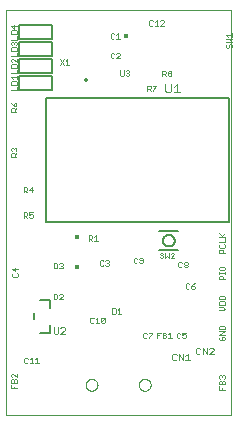
<source format=gto>
G75*
%MOIN*%
%OFA0B0*%
%FSLAX25Y25*%
%IPPOS*%
%LPD*%
%AMOC8*
5,1,8,0,0,1.08239X$1,22.5*
%
%ADD10C,0.00000*%
%ADD11C,0.00200*%
%ADD12C,0.00500*%
%ADD13C,0.00300*%
%ADD14C,0.01378*%
%ADD15R,0.01575X0.01575*%
D10*
X0037794Y0060631D02*
X0037794Y0195631D01*
X0112794Y0195631D01*
X0112794Y0060631D01*
X0037794Y0060631D01*
X0064467Y0070631D02*
X0064469Y0070719D01*
X0064475Y0070807D01*
X0064485Y0070895D01*
X0064499Y0070983D01*
X0064516Y0071069D01*
X0064538Y0071155D01*
X0064563Y0071239D01*
X0064593Y0071323D01*
X0064625Y0071405D01*
X0064662Y0071485D01*
X0064702Y0071564D01*
X0064746Y0071641D01*
X0064793Y0071716D01*
X0064843Y0071788D01*
X0064897Y0071859D01*
X0064953Y0071926D01*
X0065013Y0071992D01*
X0065075Y0072054D01*
X0065141Y0072114D01*
X0065208Y0072170D01*
X0065279Y0072224D01*
X0065351Y0072274D01*
X0065426Y0072321D01*
X0065503Y0072365D01*
X0065582Y0072405D01*
X0065662Y0072442D01*
X0065744Y0072474D01*
X0065828Y0072504D01*
X0065912Y0072529D01*
X0065998Y0072551D01*
X0066084Y0072568D01*
X0066172Y0072582D01*
X0066260Y0072592D01*
X0066348Y0072598D01*
X0066436Y0072600D01*
X0066524Y0072598D01*
X0066612Y0072592D01*
X0066700Y0072582D01*
X0066788Y0072568D01*
X0066874Y0072551D01*
X0066960Y0072529D01*
X0067044Y0072504D01*
X0067128Y0072474D01*
X0067210Y0072442D01*
X0067290Y0072405D01*
X0067369Y0072365D01*
X0067446Y0072321D01*
X0067521Y0072274D01*
X0067593Y0072224D01*
X0067664Y0072170D01*
X0067731Y0072114D01*
X0067797Y0072054D01*
X0067859Y0071992D01*
X0067919Y0071926D01*
X0067975Y0071859D01*
X0068029Y0071788D01*
X0068079Y0071716D01*
X0068126Y0071641D01*
X0068170Y0071564D01*
X0068210Y0071485D01*
X0068247Y0071405D01*
X0068279Y0071323D01*
X0068309Y0071239D01*
X0068334Y0071155D01*
X0068356Y0071069D01*
X0068373Y0070983D01*
X0068387Y0070895D01*
X0068397Y0070807D01*
X0068403Y0070719D01*
X0068405Y0070631D01*
X0068403Y0070543D01*
X0068397Y0070455D01*
X0068387Y0070367D01*
X0068373Y0070279D01*
X0068356Y0070193D01*
X0068334Y0070107D01*
X0068309Y0070023D01*
X0068279Y0069939D01*
X0068247Y0069857D01*
X0068210Y0069777D01*
X0068170Y0069698D01*
X0068126Y0069621D01*
X0068079Y0069546D01*
X0068029Y0069474D01*
X0067975Y0069403D01*
X0067919Y0069336D01*
X0067859Y0069270D01*
X0067797Y0069208D01*
X0067731Y0069148D01*
X0067664Y0069092D01*
X0067593Y0069038D01*
X0067521Y0068988D01*
X0067446Y0068941D01*
X0067369Y0068897D01*
X0067290Y0068857D01*
X0067210Y0068820D01*
X0067128Y0068788D01*
X0067044Y0068758D01*
X0066960Y0068733D01*
X0066874Y0068711D01*
X0066788Y0068694D01*
X0066700Y0068680D01*
X0066612Y0068670D01*
X0066524Y0068664D01*
X0066436Y0068662D01*
X0066348Y0068664D01*
X0066260Y0068670D01*
X0066172Y0068680D01*
X0066084Y0068694D01*
X0065998Y0068711D01*
X0065912Y0068733D01*
X0065828Y0068758D01*
X0065744Y0068788D01*
X0065662Y0068820D01*
X0065582Y0068857D01*
X0065503Y0068897D01*
X0065426Y0068941D01*
X0065351Y0068988D01*
X0065279Y0069038D01*
X0065208Y0069092D01*
X0065141Y0069148D01*
X0065075Y0069208D01*
X0065013Y0069270D01*
X0064953Y0069336D01*
X0064897Y0069403D01*
X0064843Y0069474D01*
X0064793Y0069546D01*
X0064746Y0069621D01*
X0064702Y0069698D01*
X0064662Y0069777D01*
X0064625Y0069857D01*
X0064593Y0069939D01*
X0064563Y0070023D01*
X0064538Y0070107D01*
X0064516Y0070193D01*
X0064499Y0070279D01*
X0064485Y0070367D01*
X0064475Y0070455D01*
X0064469Y0070543D01*
X0064467Y0070631D01*
X0082183Y0070631D02*
X0082185Y0070719D01*
X0082191Y0070807D01*
X0082201Y0070895D01*
X0082215Y0070983D01*
X0082232Y0071069D01*
X0082254Y0071155D01*
X0082279Y0071239D01*
X0082309Y0071323D01*
X0082341Y0071405D01*
X0082378Y0071485D01*
X0082418Y0071564D01*
X0082462Y0071641D01*
X0082509Y0071716D01*
X0082559Y0071788D01*
X0082613Y0071859D01*
X0082669Y0071926D01*
X0082729Y0071992D01*
X0082791Y0072054D01*
X0082857Y0072114D01*
X0082924Y0072170D01*
X0082995Y0072224D01*
X0083067Y0072274D01*
X0083142Y0072321D01*
X0083219Y0072365D01*
X0083298Y0072405D01*
X0083378Y0072442D01*
X0083460Y0072474D01*
X0083544Y0072504D01*
X0083628Y0072529D01*
X0083714Y0072551D01*
X0083800Y0072568D01*
X0083888Y0072582D01*
X0083976Y0072592D01*
X0084064Y0072598D01*
X0084152Y0072600D01*
X0084240Y0072598D01*
X0084328Y0072592D01*
X0084416Y0072582D01*
X0084504Y0072568D01*
X0084590Y0072551D01*
X0084676Y0072529D01*
X0084760Y0072504D01*
X0084844Y0072474D01*
X0084926Y0072442D01*
X0085006Y0072405D01*
X0085085Y0072365D01*
X0085162Y0072321D01*
X0085237Y0072274D01*
X0085309Y0072224D01*
X0085380Y0072170D01*
X0085447Y0072114D01*
X0085513Y0072054D01*
X0085575Y0071992D01*
X0085635Y0071926D01*
X0085691Y0071859D01*
X0085745Y0071788D01*
X0085795Y0071716D01*
X0085842Y0071641D01*
X0085886Y0071564D01*
X0085926Y0071485D01*
X0085963Y0071405D01*
X0085995Y0071323D01*
X0086025Y0071239D01*
X0086050Y0071155D01*
X0086072Y0071069D01*
X0086089Y0070983D01*
X0086103Y0070895D01*
X0086113Y0070807D01*
X0086119Y0070719D01*
X0086121Y0070631D01*
X0086119Y0070543D01*
X0086113Y0070455D01*
X0086103Y0070367D01*
X0086089Y0070279D01*
X0086072Y0070193D01*
X0086050Y0070107D01*
X0086025Y0070023D01*
X0085995Y0069939D01*
X0085963Y0069857D01*
X0085926Y0069777D01*
X0085886Y0069698D01*
X0085842Y0069621D01*
X0085795Y0069546D01*
X0085745Y0069474D01*
X0085691Y0069403D01*
X0085635Y0069336D01*
X0085575Y0069270D01*
X0085513Y0069208D01*
X0085447Y0069148D01*
X0085380Y0069092D01*
X0085309Y0069038D01*
X0085237Y0068988D01*
X0085162Y0068941D01*
X0085085Y0068897D01*
X0085006Y0068857D01*
X0084926Y0068820D01*
X0084844Y0068788D01*
X0084760Y0068758D01*
X0084676Y0068733D01*
X0084590Y0068711D01*
X0084504Y0068694D01*
X0084416Y0068680D01*
X0084328Y0068670D01*
X0084240Y0068664D01*
X0084152Y0068662D01*
X0084064Y0068664D01*
X0083976Y0068670D01*
X0083888Y0068680D01*
X0083800Y0068694D01*
X0083714Y0068711D01*
X0083628Y0068733D01*
X0083544Y0068758D01*
X0083460Y0068788D01*
X0083378Y0068820D01*
X0083298Y0068857D01*
X0083219Y0068897D01*
X0083142Y0068941D01*
X0083067Y0068988D01*
X0082995Y0069038D01*
X0082924Y0069092D01*
X0082857Y0069148D01*
X0082791Y0069208D01*
X0082729Y0069270D01*
X0082669Y0069336D01*
X0082613Y0069403D01*
X0082559Y0069474D01*
X0082509Y0069546D01*
X0082462Y0069621D01*
X0082418Y0069698D01*
X0082378Y0069777D01*
X0082341Y0069857D01*
X0082309Y0069939D01*
X0082279Y0070023D01*
X0082254Y0070107D01*
X0082232Y0070193D01*
X0082215Y0070279D01*
X0082201Y0070367D01*
X0082191Y0070455D01*
X0082185Y0070543D01*
X0082183Y0070631D01*
D11*
X0083886Y0086231D02*
X0084487Y0086231D01*
X0084787Y0086531D01*
X0085428Y0086531D02*
X0085428Y0086231D01*
X0085428Y0086531D02*
X0086629Y0087732D01*
X0086629Y0088032D01*
X0085428Y0088032D01*
X0084787Y0087732D02*
X0084487Y0088032D01*
X0083886Y0088032D01*
X0083586Y0087732D01*
X0083586Y0086531D01*
X0083886Y0086231D01*
X0088307Y0086231D02*
X0088307Y0088032D01*
X0089508Y0088032D01*
X0090149Y0088032D02*
X0090149Y0086231D01*
X0091049Y0086231D01*
X0091350Y0086531D01*
X0091350Y0086831D01*
X0091049Y0087132D01*
X0090149Y0087132D01*
X0091049Y0087132D02*
X0091350Y0087432D01*
X0091350Y0087732D01*
X0091049Y0088032D01*
X0090149Y0088032D01*
X0088907Y0087132D02*
X0088307Y0087132D01*
X0091990Y0087432D02*
X0092591Y0088032D01*
X0092591Y0086231D01*
X0093191Y0086231D02*
X0091990Y0086231D01*
X0094836Y0086531D02*
X0095136Y0086231D01*
X0095737Y0086231D01*
X0096037Y0086531D01*
X0096678Y0086531D02*
X0096978Y0086231D01*
X0097578Y0086231D01*
X0097879Y0086531D01*
X0097879Y0087132D01*
X0097578Y0087432D01*
X0097278Y0087432D01*
X0096678Y0087132D01*
X0096678Y0088032D01*
X0097879Y0088032D01*
X0096037Y0087732D02*
X0095737Y0088032D01*
X0095136Y0088032D01*
X0094836Y0087732D01*
X0094836Y0086531D01*
X0094404Y0080962D02*
X0093670Y0080962D01*
X0093303Y0080595D01*
X0093303Y0079127D01*
X0093670Y0078760D01*
X0094404Y0078760D01*
X0094771Y0079127D01*
X0095513Y0078760D02*
X0095513Y0080962D01*
X0096980Y0078760D01*
X0096980Y0080962D01*
X0097722Y0080228D02*
X0098456Y0080962D01*
X0098456Y0078760D01*
X0097722Y0078760D02*
X0099190Y0078760D01*
X0094771Y0080595D02*
X0094404Y0080962D01*
X0098107Y0102631D02*
X0098707Y0102631D01*
X0099008Y0102931D01*
X0099648Y0102931D02*
X0099949Y0102631D01*
X0100549Y0102631D01*
X0100849Y0102931D01*
X0100849Y0103231D01*
X0100549Y0103532D01*
X0099648Y0103532D01*
X0099648Y0102931D01*
X0099648Y0103532D02*
X0100249Y0104132D01*
X0100849Y0104432D01*
X0099008Y0104132D02*
X0098707Y0104432D01*
X0098107Y0104432D01*
X0097807Y0104132D01*
X0097807Y0102931D01*
X0098107Y0102631D01*
X0098137Y0109793D02*
X0097536Y0109793D01*
X0097236Y0110094D01*
X0097236Y0110394D01*
X0097536Y0110694D01*
X0098137Y0110694D01*
X0098437Y0110394D01*
X0098437Y0110094D01*
X0098137Y0109793D01*
X0098137Y0110694D02*
X0098437Y0110994D01*
X0098437Y0111295D01*
X0098137Y0111595D01*
X0097536Y0111595D01*
X0097236Y0111295D01*
X0097236Y0110994D01*
X0097536Y0110694D01*
X0096595Y0110094D02*
X0096295Y0109793D01*
X0095694Y0109793D01*
X0095394Y0110094D01*
X0095394Y0111295D01*
X0095694Y0111595D01*
X0096295Y0111595D01*
X0096595Y0111295D01*
X0094028Y0112918D02*
X0092827Y0112918D01*
X0094028Y0114119D01*
X0094028Y0114420D01*
X0093728Y0114720D01*
X0093128Y0114720D01*
X0092827Y0114420D01*
X0092187Y0114720D02*
X0092187Y0112918D01*
X0091586Y0113519D01*
X0090986Y0112918D01*
X0090986Y0114720D01*
X0090345Y0114420D02*
X0090045Y0114720D01*
X0089444Y0114720D01*
X0089144Y0114420D01*
X0089144Y0114119D01*
X0089444Y0113819D01*
X0090045Y0113819D01*
X0090345Y0113519D01*
X0090345Y0113219D01*
X0090045Y0112918D01*
X0089444Y0112918D01*
X0089144Y0113219D01*
X0083504Y0112732D02*
X0083203Y0113032D01*
X0082603Y0113032D01*
X0082303Y0112732D01*
X0082303Y0112432D01*
X0082603Y0112132D01*
X0083504Y0112132D01*
X0083504Y0112732D02*
X0083504Y0111531D01*
X0083203Y0111231D01*
X0082603Y0111231D01*
X0082303Y0111531D01*
X0081662Y0111531D02*
X0081362Y0111231D01*
X0080761Y0111231D01*
X0080461Y0111531D01*
X0080461Y0112732D01*
X0080761Y0113032D01*
X0081362Y0113032D01*
X0081662Y0112732D01*
X0075716Y0096157D02*
X0075716Y0094356D01*
X0076316Y0094356D02*
X0075115Y0094356D01*
X0074475Y0094656D02*
X0074475Y0095857D01*
X0074174Y0096157D01*
X0073274Y0096157D01*
X0073274Y0094356D01*
X0074174Y0094356D01*
X0074475Y0094656D01*
X0075115Y0095557D02*
X0075716Y0096157D01*
X0070816Y0092770D02*
X0070816Y0091569D01*
X0070516Y0091268D01*
X0069915Y0091268D01*
X0069615Y0091569D01*
X0070816Y0092770D01*
X0070516Y0093070D01*
X0069915Y0093070D01*
X0069615Y0092770D01*
X0069615Y0091569D01*
X0068974Y0091268D02*
X0067773Y0091268D01*
X0068374Y0091268D02*
X0068374Y0093070D01*
X0067773Y0092469D01*
X0067133Y0092770D02*
X0066832Y0093070D01*
X0066232Y0093070D01*
X0065932Y0092770D01*
X0065932Y0091569D01*
X0066232Y0091268D01*
X0066832Y0091268D01*
X0067133Y0091569D01*
X0057509Y0089441D02*
X0057143Y0089808D01*
X0056409Y0089808D01*
X0056042Y0089441D01*
X0055300Y0089808D02*
X0055300Y0087973D01*
X0054933Y0087606D01*
X0054199Y0087606D01*
X0053832Y0087973D01*
X0053832Y0089808D01*
X0056042Y0087606D02*
X0057509Y0089074D01*
X0057509Y0089441D01*
X0057509Y0087606D02*
X0056042Y0087606D01*
X0055624Y0099137D02*
X0056825Y0100338D01*
X0056825Y0100638D01*
X0056525Y0100938D01*
X0055925Y0100938D01*
X0055624Y0100638D01*
X0054984Y0100638D02*
X0054684Y0100938D01*
X0053783Y0100938D01*
X0053783Y0099137D01*
X0054684Y0099137D01*
X0054984Y0099437D01*
X0054984Y0100638D01*
X0055624Y0099137D02*
X0056825Y0099137D01*
X0056525Y0109449D02*
X0055925Y0109449D01*
X0055624Y0109750D01*
X0054984Y0109750D02*
X0054984Y0110951D01*
X0054684Y0111251D01*
X0053783Y0111251D01*
X0053783Y0109449D01*
X0054684Y0109449D01*
X0054984Y0109750D01*
X0055624Y0110951D02*
X0055925Y0111251D01*
X0056525Y0111251D01*
X0056825Y0110951D01*
X0056825Y0110650D01*
X0056525Y0110350D01*
X0056825Y0110050D01*
X0056825Y0109750D01*
X0056525Y0109449D01*
X0056525Y0110350D02*
X0056225Y0110350D01*
X0065461Y0118731D02*
X0065461Y0120532D01*
X0066362Y0120532D01*
X0066662Y0120232D01*
X0066662Y0119632D01*
X0066362Y0119331D01*
X0065461Y0119331D01*
X0066062Y0119331D02*
X0066662Y0118731D01*
X0067303Y0118731D02*
X0068504Y0118731D01*
X0067903Y0118731D02*
X0067903Y0120532D01*
X0067303Y0119932D01*
X0069486Y0112120D02*
X0069186Y0111820D01*
X0069186Y0110619D01*
X0069486Y0110318D01*
X0070087Y0110318D01*
X0070387Y0110619D01*
X0071028Y0110619D02*
X0071328Y0110318D01*
X0071928Y0110318D01*
X0072229Y0110619D01*
X0072229Y0110919D01*
X0071928Y0111219D01*
X0071628Y0111219D01*
X0071928Y0111219D02*
X0072229Y0111519D01*
X0072229Y0111820D01*
X0071928Y0112120D01*
X0071328Y0112120D01*
X0071028Y0111820D01*
X0070387Y0111820D02*
X0070087Y0112120D01*
X0069486Y0112120D01*
X0048904Y0077893D02*
X0047703Y0077893D01*
X0048303Y0077893D02*
X0048303Y0079695D01*
X0047703Y0079094D01*
X0047062Y0077893D02*
X0045861Y0077893D01*
X0046462Y0077893D02*
X0046462Y0079695D01*
X0045861Y0079094D01*
X0045220Y0079395D02*
X0044920Y0079695D01*
X0044320Y0079695D01*
X0044019Y0079395D01*
X0044019Y0078194D01*
X0044320Y0077893D01*
X0044920Y0077893D01*
X0045220Y0078194D01*
X0041507Y0074365D02*
X0041507Y0073164D01*
X0040306Y0074365D01*
X0040005Y0074365D01*
X0039705Y0074065D01*
X0039705Y0073464D01*
X0040005Y0073164D01*
X0040005Y0072523D02*
X0040306Y0072523D01*
X0040606Y0072223D01*
X0040606Y0071322D01*
X0041507Y0071322D02*
X0039705Y0071322D01*
X0039705Y0072223D01*
X0040005Y0072523D01*
X0040606Y0072223D02*
X0040906Y0072523D01*
X0041206Y0072523D01*
X0041507Y0072223D01*
X0041507Y0071322D01*
X0040606Y0070081D02*
X0040606Y0069481D01*
X0041507Y0069481D02*
X0039705Y0069481D01*
X0039705Y0070682D01*
X0040280Y0106668D02*
X0041481Y0106668D01*
X0041782Y0106969D01*
X0041782Y0107569D01*
X0041481Y0107869D01*
X0040881Y0108510D02*
X0040881Y0109711D01*
X0041782Y0109411D02*
X0039980Y0109411D01*
X0040881Y0108510D01*
X0040280Y0107869D02*
X0039980Y0107569D01*
X0039980Y0106969D01*
X0040280Y0106668D01*
X0043769Y0126356D02*
X0043769Y0128157D01*
X0044670Y0128157D01*
X0044970Y0127857D01*
X0044970Y0127257D01*
X0044670Y0126956D01*
X0043769Y0126956D01*
X0044370Y0126956D02*
X0044970Y0126356D01*
X0045611Y0126656D02*
X0045911Y0126356D01*
X0046512Y0126356D01*
X0046812Y0126656D01*
X0046812Y0127257D01*
X0046512Y0127557D01*
X0046211Y0127557D01*
X0045611Y0127257D01*
X0045611Y0128157D01*
X0046812Y0128157D01*
X0046512Y0134793D02*
X0046512Y0136595D01*
X0045611Y0135694D01*
X0046812Y0135694D01*
X0044970Y0135694D02*
X0044670Y0135394D01*
X0043769Y0135394D01*
X0043769Y0134793D02*
X0043769Y0136595D01*
X0044670Y0136595D01*
X0044970Y0136295D01*
X0044970Y0135694D01*
X0044370Y0135394D02*
X0044970Y0134793D01*
X0041382Y0146668D02*
X0039580Y0146668D01*
X0039580Y0147569D01*
X0039880Y0147869D01*
X0040481Y0147869D01*
X0040781Y0147569D01*
X0040781Y0146668D01*
X0040781Y0147269D02*
X0041382Y0147869D01*
X0041081Y0148510D02*
X0041382Y0148810D01*
X0041382Y0149411D01*
X0041081Y0149711D01*
X0040781Y0149711D01*
X0040481Y0149411D01*
X0040481Y0149110D01*
X0040481Y0149411D02*
X0040181Y0149711D01*
X0039880Y0149711D01*
X0039580Y0149411D01*
X0039580Y0148810D01*
X0039880Y0148510D01*
X0039580Y0161668D02*
X0039580Y0162569D01*
X0039880Y0162869D01*
X0040481Y0162869D01*
X0040781Y0162569D01*
X0040781Y0161668D01*
X0041382Y0161668D02*
X0039580Y0161668D01*
X0040781Y0162269D02*
X0041382Y0162869D01*
X0041081Y0163510D02*
X0041382Y0163810D01*
X0041382Y0164411D01*
X0041081Y0164711D01*
X0040781Y0164711D01*
X0040481Y0164411D01*
X0040481Y0163510D01*
X0041081Y0163510D01*
X0040481Y0163510D02*
X0039880Y0164110D01*
X0039580Y0164711D01*
X0039643Y0168856D02*
X0041444Y0168856D01*
X0041444Y0170057D01*
X0041444Y0170697D02*
X0041444Y0171598D01*
X0041144Y0171898D01*
X0039943Y0171898D01*
X0039643Y0171598D01*
X0039643Y0170697D01*
X0041444Y0170697D01*
X0041444Y0172539D02*
X0041444Y0173740D01*
X0041444Y0173140D02*
X0039643Y0173140D01*
X0040243Y0172539D01*
X0039643Y0174481D02*
X0041444Y0174481D01*
X0041444Y0175682D01*
X0041444Y0176322D02*
X0041444Y0177223D01*
X0041144Y0177523D01*
X0039943Y0177523D01*
X0039643Y0177223D01*
X0039643Y0176322D01*
X0041444Y0176322D01*
X0041444Y0178164D02*
X0040243Y0179365D01*
X0039943Y0179365D01*
X0039643Y0179065D01*
X0039643Y0178464D01*
X0039943Y0178164D01*
X0041444Y0178164D02*
X0041444Y0179365D01*
X0041444Y0180106D02*
X0041444Y0181307D01*
X0041444Y0181947D02*
X0041444Y0182848D01*
X0041144Y0183148D01*
X0039943Y0183148D01*
X0039643Y0182848D01*
X0039643Y0181947D01*
X0041444Y0181947D01*
X0041444Y0180106D02*
X0039643Y0180106D01*
X0039943Y0183789D02*
X0039643Y0184089D01*
X0039643Y0184690D01*
X0039943Y0184990D01*
X0040243Y0184990D01*
X0040543Y0184690D01*
X0040844Y0184990D01*
X0041144Y0184990D01*
X0041444Y0184690D01*
X0041444Y0184089D01*
X0041144Y0183789D01*
X0040543Y0184390D02*
X0040543Y0184690D01*
X0039643Y0185731D02*
X0041444Y0185731D01*
X0041444Y0186932D01*
X0041444Y0187572D02*
X0041444Y0188473D01*
X0041144Y0188773D01*
X0039943Y0188773D01*
X0039643Y0188473D01*
X0039643Y0187572D01*
X0041444Y0187572D01*
X0040543Y0189414D02*
X0040543Y0190615D01*
X0039643Y0190315D02*
X0040543Y0189414D01*
X0039643Y0190315D02*
X0041444Y0190315D01*
X0055957Y0179095D02*
X0057158Y0177293D01*
X0057798Y0177293D02*
X0058999Y0177293D01*
X0058399Y0177293D02*
X0058399Y0179095D01*
X0057798Y0178494D01*
X0057158Y0179095D02*
X0055957Y0177293D01*
X0072807Y0179806D02*
X0073107Y0179506D01*
X0073707Y0179506D01*
X0074008Y0179806D01*
X0074648Y0179506D02*
X0075849Y0180707D01*
X0075849Y0181007D01*
X0075549Y0181307D01*
X0074949Y0181307D01*
X0074648Y0181007D01*
X0074008Y0181007D02*
X0073707Y0181307D01*
X0073107Y0181307D01*
X0072807Y0181007D01*
X0072807Y0179806D01*
X0074648Y0179506D02*
X0075849Y0179506D01*
X0075954Y0175469D02*
X0075954Y0173968D01*
X0076254Y0173668D01*
X0076854Y0173668D01*
X0077155Y0173968D01*
X0077155Y0175469D01*
X0077795Y0175169D02*
X0078095Y0175469D01*
X0078696Y0175469D01*
X0078996Y0175169D01*
X0078996Y0174869D01*
X0078696Y0174569D01*
X0078996Y0174268D01*
X0078996Y0173968D01*
X0078696Y0173668D01*
X0078095Y0173668D01*
X0077795Y0173968D01*
X0078396Y0174569D02*
X0078696Y0174569D01*
X0085019Y0170407D02*
X0085920Y0170407D01*
X0086220Y0170107D01*
X0086220Y0169507D01*
X0085920Y0169206D01*
X0085019Y0169206D01*
X0085019Y0168606D02*
X0085019Y0170407D01*
X0085620Y0169206D02*
X0086220Y0168606D01*
X0086861Y0168606D02*
X0086861Y0168906D01*
X0088062Y0170107D01*
X0088062Y0170407D01*
X0086861Y0170407D01*
X0090019Y0173543D02*
X0090019Y0175345D01*
X0090920Y0175345D01*
X0091220Y0175045D01*
X0091220Y0174444D01*
X0090920Y0174144D01*
X0090019Y0174144D01*
X0090620Y0174144D02*
X0091220Y0173543D01*
X0091861Y0173844D02*
X0091861Y0174144D01*
X0092161Y0174444D01*
X0092762Y0174444D01*
X0093062Y0174144D01*
X0093062Y0173844D01*
X0092762Y0173543D01*
X0092161Y0173543D01*
X0091861Y0173844D01*
X0092161Y0174444D02*
X0091861Y0174744D01*
X0091861Y0175045D01*
X0092161Y0175345D01*
X0092762Y0175345D01*
X0093062Y0175045D01*
X0093062Y0174744D01*
X0092762Y0174444D01*
X0090528Y0190418D02*
X0089327Y0190418D01*
X0090528Y0191619D01*
X0090528Y0191920D01*
X0090228Y0192220D01*
X0089628Y0192220D01*
X0089327Y0191920D01*
X0088086Y0192220D02*
X0088086Y0190418D01*
X0087486Y0190418D02*
X0088687Y0190418D01*
X0087486Y0191619D02*
X0088086Y0192220D01*
X0086845Y0191920D02*
X0086545Y0192220D01*
X0085944Y0192220D01*
X0085644Y0191920D01*
X0085644Y0190719D01*
X0085944Y0190418D01*
X0086545Y0190418D01*
X0086845Y0190719D01*
X0075849Y0186068D02*
X0074648Y0186068D01*
X0075249Y0186068D02*
X0075249Y0187870D01*
X0074648Y0187269D01*
X0074008Y0187570D02*
X0073707Y0187870D01*
X0073107Y0187870D01*
X0072807Y0187570D01*
X0072807Y0186369D01*
X0073107Y0186068D01*
X0073707Y0186068D01*
X0074008Y0186369D01*
X0111393Y0186061D02*
X0113195Y0186061D01*
X0112594Y0185461D01*
X0113195Y0184860D01*
X0111393Y0184860D01*
X0111693Y0184220D02*
X0111393Y0183919D01*
X0111393Y0183319D01*
X0111693Y0183019D01*
X0111994Y0183019D01*
X0112294Y0183319D01*
X0112294Y0183919D01*
X0112594Y0184220D01*
X0112894Y0184220D01*
X0113195Y0183919D01*
X0113195Y0183319D01*
X0112894Y0183019D01*
X0113195Y0186702D02*
X0113195Y0187903D01*
X0113195Y0187302D02*
X0111393Y0187302D01*
X0111994Y0186702D01*
X0110757Y0121273D02*
X0109856Y0120373D01*
X0110156Y0120072D02*
X0108955Y0121273D01*
X0108955Y0120072D02*
X0110757Y0120072D01*
X0110757Y0119432D02*
X0110757Y0118231D01*
X0108955Y0118231D01*
X0109255Y0117590D02*
X0108955Y0117290D01*
X0108955Y0116690D01*
X0109255Y0116389D01*
X0110456Y0116389D01*
X0110757Y0116690D01*
X0110757Y0117290D01*
X0110456Y0117590D01*
X0109856Y0115749D02*
X0109255Y0115749D01*
X0108955Y0115449D01*
X0108955Y0114548D01*
X0110757Y0114548D01*
X0110156Y0114548D02*
X0110156Y0115449D01*
X0109856Y0115749D01*
X0110456Y0110046D02*
X0109255Y0110046D01*
X0108955Y0109746D01*
X0108955Y0109145D01*
X0109255Y0108845D01*
X0110456Y0108845D01*
X0110757Y0109145D01*
X0110757Y0109746D01*
X0110456Y0110046D01*
X0110757Y0108218D02*
X0110757Y0107617D01*
X0110757Y0107917D02*
X0108955Y0107917D01*
X0108955Y0107617D02*
X0108955Y0108218D01*
X0109255Y0106977D02*
X0109856Y0106977D01*
X0110156Y0106676D01*
X0110156Y0105775D01*
X0110757Y0105775D02*
X0108955Y0105775D01*
X0108955Y0106676D01*
X0109255Y0106977D01*
X0109255Y0100353D02*
X0108955Y0100052D01*
X0108955Y0099152D01*
X0110757Y0099152D01*
X0110757Y0100052D01*
X0110456Y0100353D01*
X0109255Y0100353D01*
X0109255Y0098511D02*
X0108955Y0098211D01*
X0108955Y0097310D01*
X0110757Y0097310D01*
X0110757Y0098211D01*
X0110456Y0098511D01*
X0109255Y0098511D01*
X0108955Y0096670D02*
X0110156Y0096670D01*
X0110757Y0096069D01*
X0110156Y0095469D01*
X0108955Y0095469D01*
X0109255Y0090353D02*
X0108955Y0090052D01*
X0108955Y0089152D01*
X0110757Y0089152D01*
X0110757Y0090052D01*
X0110456Y0090353D01*
X0109255Y0090353D01*
X0108955Y0088511D02*
X0110757Y0088511D01*
X0108955Y0087310D01*
X0110757Y0087310D01*
X0110456Y0086670D02*
X0109856Y0086670D01*
X0109856Y0086069D01*
X0110456Y0085469D02*
X0110757Y0085769D01*
X0110757Y0086369D01*
X0110456Y0086670D01*
X0109255Y0086670D02*
X0108955Y0086369D01*
X0108955Y0085769D01*
X0109255Y0085469D01*
X0110456Y0085469D01*
X0110519Y0073840D02*
X0110819Y0073540D01*
X0110819Y0072940D01*
X0110519Y0072639D01*
X0110519Y0071999D02*
X0110819Y0071699D01*
X0110819Y0070798D01*
X0109018Y0070798D01*
X0109018Y0071699D01*
X0109318Y0071999D01*
X0109618Y0071999D01*
X0109918Y0071699D01*
X0109918Y0070798D01*
X0109918Y0071699D02*
X0110219Y0071999D01*
X0110519Y0071999D01*
X0109318Y0072639D02*
X0109018Y0072940D01*
X0109018Y0073540D01*
X0109318Y0073840D01*
X0109618Y0073840D01*
X0109918Y0073540D01*
X0110219Y0073840D01*
X0110519Y0073840D01*
X0109918Y0073540D02*
X0109918Y0073240D01*
X0109018Y0070157D02*
X0109018Y0068956D01*
X0110819Y0068956D01*
X0109918Y0068956D02*
X0109918Y0069557D01*
D12*
X0095319Y0115606D02*
X0089020Y0115606D01*
X0090200Y0118756D02*
X0090202Y0118844D01*
X0090208Y0118932D01*
X0090218Y0119020D01*
X0090232Y0119108D01*
X0090249Y0119194D01*
X0090271Y0119280D01*
X0090296Y0119364D01*
X0090326Y0119448D01*
X0090358Y0119530D01*
X0090395Y0119610D01*
X0090435Y0119689D01*
X0090479Y0119766D01*
X0090526Y0119841D01*
X0090576Y0119913D01*
X0090630Y0119984D01*
X0090686Y0120051D01*
X0090746Y0120117D01*
X0090808Y0120179D01*
X0090874Y0120239D01*
X0090941Y0120295D01*
X0091012Y0120349D01*
X0091084Y0120399D01*
X0091159Y0120446D01*
X0091236Y0120490D01*
X0091315Y0120530D01*
X0091395Y0120567D01*
X0091477Y0120599D01*
X0091561Y0120629D01*
X0091645Y0120654D01*
X0091731Y0120676D01*
X0091817Y0120693D01*
X0091905Y0120707D01*
X0091993Y0120717D01*
X0092081Y0120723D01*
X0092169Y0120725D01*
X0092257Y0120723D01*
X0092345Y0120717D01*
X0092433Y0120707D01*
X0092521Y0120693D01*
X0092607Y0120676D01*
X0092693Y0120654D01*
X0092777Y0120629D01*
X0092861Y0120599D01*
X0092943Y0120567D01*
X0093023Y0120530D01*
X0093102Y0120490D01*
X0093179Y0120446D01*
X0093254Y0120399D01*
X0093326Y0120349D01*
X0093397Y0120295D01*
X0093464Y0120239D01*
X0093530Y0120179D01*
X0093592Y0120117D01*
X0093652Y0120051D01*
X0093708Y0119984D01*
X0093762Y0119913D01*
X0093812Y0119841D01*
X0093859Y0119766D01*
X0093903Y0119689D01*
X0093943Y0119610D01*
X0093980Y0119530D01*
X0094012Y0119448D01*
X0094042Y0119364D01*
X0094067Y0119280D01*
X0094089Y0119194D01*
X0094106Y0119108D01*
X0094120Y0119020D01*
X0094130Y0118932D01*
X0094136Y0118844D01*
X0094138Y0118756D01*
X0094136Y0118668D01*
X0094130Y0118580D01*
X0094120Y0118492D01*
X0094106Y0118404D01*
X0094089Y0118318D01*
X0094067Y0118232D01*
X0094042Y0118148D01*
X0094012Y0118064D01*
X0093980Y0117982D01*
X0093943Y0117902D01*
X0093903Y0117823D01*
X0093859Y0117746D01*
X0093812Y0117671D01*
X0093762Y0117599D01*
X0093708Y0117528D01*
X0093652Y0117461D01*
X0093592Y0117395D01*
X0093530Y0117333D01*
X0093464Y0117273D01*
X0093397Y0117217D01*
X0093326Y0117163D01*
X0093254Y0117113D01*
X0093179Y0117066D01*
X0093102Y0117022D01*
X0093023Y0116982D01*
X0092943Y0116945D01*
X0092861Y0116913D01*
X0092777Y0116883D01*
X0092693Y0116858D01*
X0092607Y0116836D01*
X0092521Y0116819D01*
X0092433Y0116805D01*
X0092345Y0116795D01*
X0092257Y0116789D01*
X0092169Y0116787D01*
X0092081Y0116789D01*
X0091993Y0116795D01*
X0091905Y0116805D01*
X0091817Y0116819D01*
X0091731Y0116836D01*
X0091645Y0116858D01*
X0091561Y0116883D01*
X0091477Y0116913D01*
X0091395Y0116945D01*
X0091315Y0116982D01*
X0091236Y0117022D01*
X0091159Y0117066D01*
X0091084Y0117113D01*
X0091012Y0117163D01*
X0090941Y0117217D01*
X0090874Y0117273D01*
X0090808Y0117333D01*
X0090746Y0117395D01*
X0090686Y0117461D01*
X0090630Y0117528D01*
X0090576Y0117599D01*
X0090526Y0117671D01*
X0090479Y0117746D01*
X0090435Y0117823D01*
X0090395Y0117902D01*
X0090358Y0117982D01*
X0090326Y0118064D01*
X0090296Y0118148D01*
X0090271Y0118232D01*
X0090249Y0118318D01*
X0090232Y0118404D01*
X0090218Y0118492D01*
X0090208Y0118580D01*
X0090202Y0118668D01*
X0090200Y0118756D01*
X0089020Y0121906D02*
X0095319Y0121906D01*
X0112306Y0124962D02*
X0051282Y0124962D01*
X0051282Y0166300D01*
X0112306Y0166300D01*
X0112306Y0124962D01*
X0052580Y0099054D02*
X0052580Y0096199D01*
X0052580Y0099054D02*
X0049194Y0099054D01*
X0047383Y0094428D02*
X0047383Y0092459D01*
X0049194Y0087833D02*
X0052580Y0087833D01*
X0052580Y0090687D01*
X0053306Y0168894D02*
X0042282Y0168894D01*
X0042282Y0173618D01*
X0053306Y0173618D01*
X0053306Y0168894D01*
X0053306Y0174519D02*
X0053306Y0179243D01*
X0042282Y0179243D01*
X0042282Y0174519D01*
X0053306Y0174519D01*
X0053306Y0180144D02*
X0053306Y0184868D01*
X0042282Y0184868D01*
X0042282Y0180144D01*
X0053306Y0180144D01*
X0053306Y0185769D02*
X0053306Y0190493D01*
X0042282Y0190493D01*
X0042282Y0185769D01*
X0053306Y0185769D01*
D13*
X0090985Y0170994D02*
X0090985Y0168575D01*
X0091468Y0168091D01*
X0092436Y0168091D01*
X0092920Y0168575D01*
X0092920Y0170994D01*
X0093931Y0170026D02*
X0094899Y0170994D01*
X0094899Y0168091D01*
X0095866Y0168091D02*
X0093931Y0168091D01*
X0101602Y0082983D02*
X0101252Y0082632D01*
X0101252Y0081231D01*
X0101602Y0080881D01*
X0102303Y0080881D01*
X0102653Y0081231D01*
X0103462Y0080881D02*
X0103462Y0082983D01*
X0104863Y0080881D01*
X0104863Y0082983D01*
X0105672Y0082632D02*
X0106022Y0082983D01*
X0106723Y0082983D01*
X0107073Y0082632D01*
X0107073Y0082282D01*
X0105672Y0080881D01*
X0107073Y0080881D01*
X0102653Y0082632D02*
X0102303Y0082983D01*
X0101602Y0082983D01*
D14*
X0064607Y0172193D03*
D15*
X0077770Y0186911D03*
X0061662Y0120043D03*
X0061662Y0110043D03*
M02*

</source>
